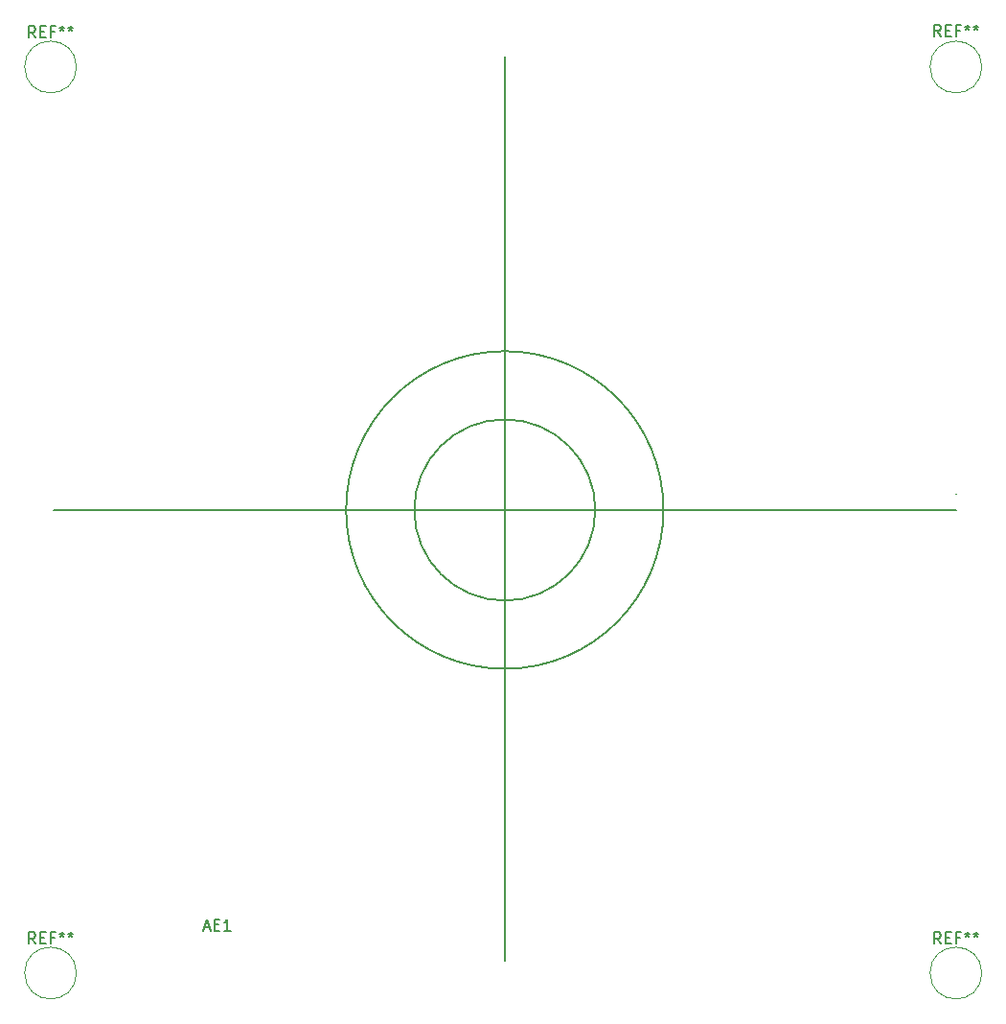
<source format=gbr>
G04 #@! TF.GenerationSoftware,KiCad,Pcbnew,5.0.0*
G04 #@! TF.CreationDate,2018-07-30T10:20:18-05:00*
G04 #@! TF.ProjectId,AntennaPcb,416E74656E6E615063622E6B69636164,rev?*
G04 #@! TF.SameCoordinates,Original*
G04 #@! TF.FileFunction,Legend,Top*
G04 #@! TF.FilePolarity,Positive*
%FSLAX46Y46*%
G04 Gerber Fmt 4.6, Leading zero omitted, Abs format (unit mm)*
G04 Created by KiCad (PCBNEW 5.0.0) date Mon Jul 30 10:20:18 2018*
%MOMM*%
%LPD*%
G01*
G04 APERTURE LIST*
%ADD10C,0.150000*%
%ADD11C,0.120000*%
G04 APERTURE END LIST*
D10*
G04 #@! TO.C,AE1*
X164502400Y-94860000D02*
X164451600Y-94860000D01*
X84695600Y-96270000D02*
X164502400Y-96270000D01*
X124599000Y-136058800D02*
X124599000Y-56201200D01*
X132600040Y-96270000D02*
G75*
G03X132600040Y-96270000I-8001040J0D01*
G01*
X138619823Y-96270000D02*
G75*
G03X138619823Y-96270000I-14020823J0D01*
G01*
D11*
G04 #@! TO.C,REF\002A\002A*
X166751000Y-57150000D02*
G75*
G03X166751000Y-57150000I-2286000J0D01*
G01*
X86741000Y-57150000D02*
G75*
G03X86741000Y-57150000I-2286000J0D01*
G01*
X86741000Y-137160000D02*
G75*
G03X86741000Y-137160000I-2286000J0D01*
G01*
X166751000Y-137160000D02*
G75*
G03X166751000Y-137160000I-2286000J0D01*
G01*
G04 #@! TO.C,AE1*
D10*
X98032333Y-133126666D02*
X98508523Y-133126666D01*
X97937095Y-133412380D02*
X98270428Y-132412380D01*
X98603761Y-133412380D01*
X98937095Y-132888571D02*
X99270428Y-132888571D01*
X99413285Y-133412380D02*
X98937095Y-133412380D01*
X98937095Y-132412380D01*
X99413285Y-132412380D01*
X100365666Y-133412380D02*
X99794238Y-133412380D01*
X100079952Y-133412380D02*
X100079952Y-132412380D01*
X99984714Y-132555238D01*
X99889476Y-132650476D01*
X99794238Y-132698095D01*
G04 #@! TO.C,REF\002A\002A*
X163131666Y-54427380D02*
X162798333Y-53951190D01*
X162560238Y-54427380D02*
X162560238Y-53427380D01*
X162941190Y-53427380D01*
X163036428Y-53475000D01*
X163084047Y-53522619D01*
X163131666Y-53617857D01*
X163131666Y-53760714D01*
X163084047Y-53855952D01*
X163036428Y-53903571D01*
X162941190Y-53951190D01*
X162560238Y-53951190D01*
X163560238Y-53903571D02*
X163893571Y-53903571D01*
X164036428Y-54427380D02*
X163560238Y-54427380D01*
X163560238Y-53427380D01*
X164036428Y-53427380D01*
X164798333Y-53903571D02*
X164465000Y-53903571D01*
X164465000Y-54427380D02*
X164465000Y-53427380D01*
X164941190Y-53427380D01*
X165465000Y-53427380D02*
X165465000Y-53665476D01*
X165226904Y-53570238D02*
X165465000Y-53665476D01*
X165703095Y-53570238D01*
X165322142Y-53855952D02*
X165465000Y-53665476D01*
X165607857Y-53855952D01*
X166226904Y-53427380D02*
X166226904Y-53665476D01*
X165988809Y-53570238D02*
X166226904Y-53665476D01*
X166465000Y-53570238D01*
X166084047Y-53855952D02*
X166226904Y-53665476D01*
X166369761Y-53855952D01*
X83121666Y-54554380D02*
X82788333Y-54078190D01*
X82550238Y-54554380D02*
X82550238Y-53554380D01*
X82931190Y-53554380D01*
X83026428Y-53602000D01*
X83074047Y-53649619D01*
X83121666Y-53744857D01*
X83121666Y-53887714D01*
X83074047Y-53982952D01*
X83026428Y-54030571D01*
X82931190Y-54078190D01*
X82550238Y-54078190D01*
X83550238Y-54030571D02*
X83883571Y-54030571D01*
X84026428Y-54554380D02*
X83550238Y-54554380D01*
X83550238Y-53554380D01*
X84026428Y-53554380D01*
X84788333Y-54030571D02*
X84455000Y-54030571D01*
X84455000Y-54554380D02*
X84455000Y-53554380D01*
X84931190Y-53554380D01*
X85455000Y-53554380D02*
X85455000Y-53792476D01*
X85216904Y-53697238D02*
X85455000Y-53792476D01*
X85693095Y-53697238D01*
X85312142Y-53982952D02*
X85455000Y-53792476D01*
X85597857Y-53982952D01*
X86216904Y-53554380D02*
X86216904Y-53792476D01*
X85978809Y-53697238D02*
X86216904Y-53792476D01*
X86455000Y-53697238D01*
X86074047Y-53982952D02*
X86216904Y-53792476D01*
X86359761Y-53982952D01*
X83121666Y-134564380D02*
X82788333Y-134088190D01*
X82550238Y-134564380D02*
X82550238Y-133564380D01*
X82931190Y-133564380D01*
X83026428Y-133612000D01*
X83074047Y-133659619D01*
X83121666Y-133754857D01*
X83121666Y-133897714D01*
X83074047Y-133992952D01*
X83026428Y-134040571D01*
X82931190Y-134088190D01*
X82550238Y-134088190D01*
X83550238Y-134040571D02*
X83883571Y-134040571D01*
X84026428Y-134564380D02*
X83550238Y-134564380D01*
X83550238Y-133564380D01*
X84026428Y-133564380D01*
X84788333Y-134040571D02*
X84455000Y-134040571D01*
X84455000Y-134564380D02*
X84455000Y-133564380D01*
X84931190Y-133564380D01*
X85455000Y-133564380D02*
X85455000Y-133802476D01*
X85216904Y-133707238D02*
X85455000Y-133802476D01*
X85693095Y-133707238D01*
X85312142Y-133992952D02*
X85455000Y-133802476D01*
X85597857Y-133992952D01*
X86216904Y-133564380D02*
X86216904Y-133802476D01*
X85978809Y-133707238D02*
X86216904Y-133802476D01*
X86455000Y-133707238D01*
X86074047Y-133992952D02*
X86216904Y-133802476D01*
X86359761Y-133992952D01*
X163131666Y-134564380D02*
X162798333Y-134088190D01*
X162560238Y-134564380D02*
X162560238Y-133564380D01*
X162941190Y-133564380D01*
X163036428Y-133612000D01*
X163084047Y-133659619D01*
X163131666Y-133754857D01*
X163131666Y-133897714D01*
X163084047Y-133992952D01*
X163036428Y-134040571D01*
X162941190Y-134088190D01*
X162560238Y-134088190D01*
X163560238Y-134040571D02*
X163893571Y-134040571D01*
X164036428Y-134564380D02*
X163560238Y-134564380D01*
X163560238Y-133564380D01*
X164036428Y-133564380D01*
X164798333Y-134040571D02*
X164465000Y-134040571D01*
X164465000Y-134564380D02*
X164465000Y-133564380D01*
X164941190Y-133564380D01*
X165465000Y-133564380D02*
X165465000Y-133802476D01*
X165226904Y-133707238D02*
X165465000Y-133802476D01*
X165703095Y-133707238D01*
X165322142Y-133992952D02*
X165465000Y-133802476D01*
X165607857Y-133992952D01*
X166226904Y-133564380D02*
X166226904Y-133802476D01*
X165988809Y-133707238D02*
X166226904Y-133802476D01*
X166465000Y-133707238D01*
X166084047Y-133992952D02*
X166226904Y-133802476D01*
X166369761Y-133992952D01*
G04 #@! TD*
M02*

</source>
